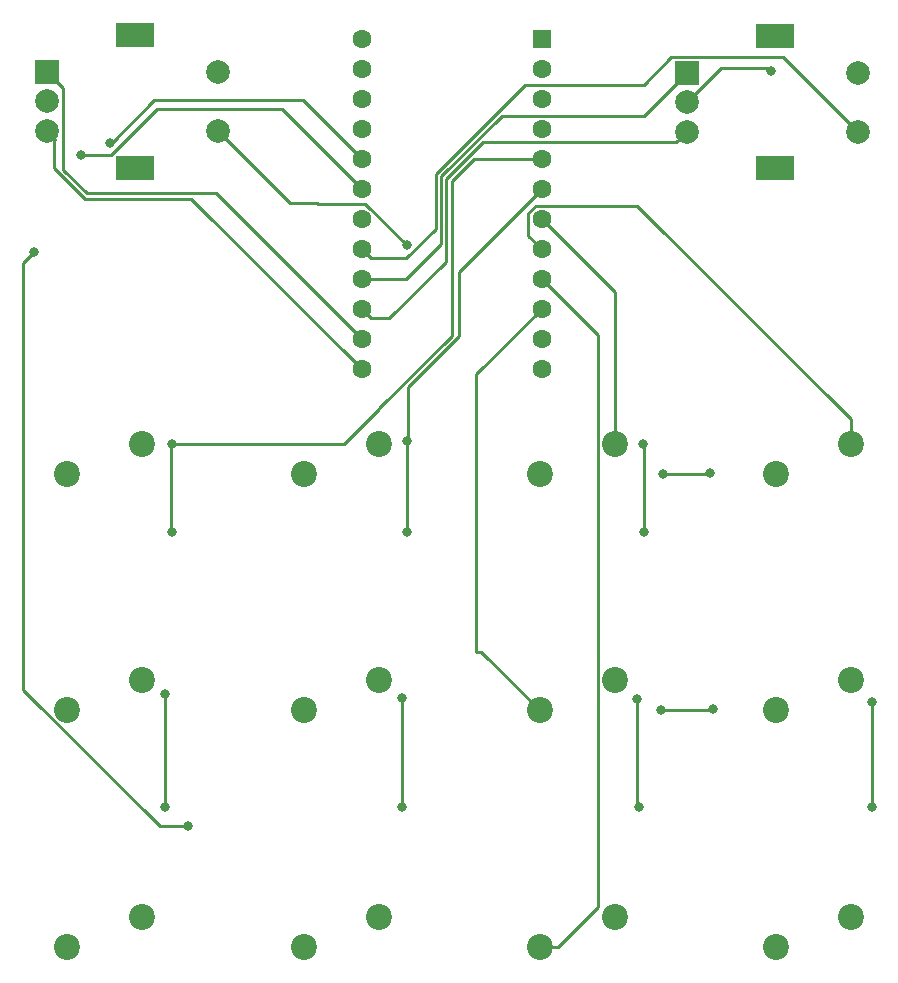
<source format=gbr>
%TF.GenerationSoftware,KiCad,Pcbnew,(6.0.10)*%
%TF.CreationDate,2023-03-17T10:19:52+01:00*%
%TF.ProjectId,MacroBoard_16keys,4d616372-6f42-46f6-9172-645f31366b65,rev?*%
%TF.SameCoordinates,Original*%
%TF.FileFunction,Copper,L1,Top*%
%TF.FilePolarity,Positive*%
%FSLAX46Y46*%
G04 Gerber Fmt 4.6, Leading zero omitted, Abs format (unit mm)*
G04 Created by KiCad (PCBNEW (6.0.10)) date 2023-03-17 10:19:52*
%MOMM*%
%LPD*%
G01*
G04 APERTURE LIST*
%TA.AperFunction,ComponentPad*%
%ADD10C,2.200000*%
%TD*%
%TA.AperFunction,ComponentPad*%
%ADD11C,2.000000*%
%TD*%
%TA.AperFunction,ComponentPad*%
%ADD12R,3.200000X2.000000*%
%TD*%
%TA.AperFunction,ComponentPad*%
%ADD13R,2.000000X2.000000*%
%TD*%
%TA.AperFunction,ComponentPad*%
%ADD14R,1.600000X1.600000*%
%TD*%
%TA.AperFunction,ComponentPad*%
%ADD15C,1.600000*%
%TD*%
%TA.AperFunction,ViaPad*%
%ADD16C,0.800000*%
%TD*%
%TA.AperFunction,Conductor*%
%ADD17C,0.250000*%
%TD*%
G04 APERTURE END LIST*
D10*
%TO.P,SW10,2*%
%TO.N,Net-(SW10-Pad2)*%
X153410000Y-76140000D03*
%TO.P,SW10,1*%
%TO.N,Net-(SW10-Pad1)*%
X147060000Y-78680000D03*
%TD*%
%TO.P,SW6,1*%
%TO.N,Net-(SW10-Pad1)*%
X127060000Y-78680000D03*
%TO.P,SW6,2*%
%TO.N,Net-(SW6-Pad2)*%
X133410000Y-76140000D03*
%TD*%
%TO.P,SW16,1*%
%TO.N,Net-(SW12-Pad1)*%
X167060000Y-118680000D03*
%TO.P,SW16,2*%
%TO.N,Net-(SW14-Pad2)*%
X173410000Y-116140000D03*
%TD*%
%TO.P,SW7,1*%
%TO.N,Net-(SW11-Pad1)*%
X127060000Y-98680000D03*
%TO.P,SW7,2*%
%TO.N,Net-(SW6-Pad2)*%
X133410000Y-96140000D03*
%TD*%
%TO.P,SW4,2*%
%TO.N,Net-(SW2-Pad2)*%
X113410000Y-116140000D03*
%TO.P,SW4,1*%
%TO.N,Net-(SW12-Pad1)*%
X107060000Y-118680000D03*
%TD*%
D11*
%TO.P,SW1,S2,S2*%
%TO.N,GND*%
X119800000Y-44620000D03*
%TO.P,SW1,S1,S1*%
%TO.N,Net-(SW1-PadS1)*%
X119800000Y-49620000D03*
D12*
%TO.P,SW1,MP*%
%TO.N,N/C*%
X112800000Y-52720000D03*
X112800000Y-41520000D03*
D11*
%TO.P,SW1,C,C*%
%TO.N,GND*%
X105300000Y-47120000D03*
%TO.P,SW1,B,B*%
%TO.N,Net-(SW1-PadB)*%
X105300000Y-49620000D03*
D13*
%TO.P,SW1,A,A*%
%TO.N,Net-(SW1-PadA)*%
X105300000Y-44620000D03*
%TD*%
D10*
%TO.P,SW15,1*%
%TO.N,Net-(SW11-Pad1)*%
X167060000Y-98680000D03*
%TO.P,SW15,2*%
%TO.N,Net-(SW14-Pad2)*%
X173410000Y-96140000D03*
%TD*%
%TO.P,SW14,1*%
%TO.N,Net-(SW10-Pad1)*%
X167060000Y-78680000D03*
%TO.P,SW14,2*%
%TO.N,Net-(SW14-Pad2)*%
X173410000Y-76140000D03*
%TD*%
%TO.P,SW8,1*%
%TO.N,Net-(SW12-Pad1)*%
X127060000Y-118680000D03*
%TO.P,SW8,2*%
%TO.N,Net-(SW6-Pad2)*%
X133410000Y-116140000D03*
%TD*%
D13*
%TO.P,SW5,A,A*%
%TO.N,Net-(SW5-PadA)*%
X159500000Y-44700000D03*
D11*
%TO.P,SW5,B,B*%
%TO.N,Net-(SW5-PadB)*%
X159500000Y-49700000D03*
%TO.P,SW5,C,C*%
%TO.N,GND*%
X159500000Y-47200000D03*
D12*
%TO.P,SW5,MP*%
%TO.N,N/C*%
X167000000Y-41600000D03*
X167000000Y-52800000D03*
D11*
%TO.P,SW5,S1,S1*%
%TO.N,Net-(SW5-PadS1)*%
X174000000Y-49700000D03*
%TO.P,SW5,S2,S2*%
%TO.N,GND*%
X174000000Y-44700000D03*
%TD*%
D10*
%TO.P,SW2,1*%
%TO.N,Net-(SW10-Pad1)*%
X107060000Y-78680000D03*
%TO.P,SW2,2*%
%TO.N,Net-(SW2-Pad2)*%
X113410000Y-76140000D03*
%TD*%
%TO.P,SW12,1*%
%TO.N,Net-(SW12-Pad1)*%
X147060000Y-118680000D03*
%TO.P,SW12,2*%
%TO.N,Net-(SW10-Pad2)*%
X153410000Y-116140000D03*
%TD*%
%TO.P,SW11,2*%
%TO.N,Net-(SW10-Pad2)*%
X153410000Y-96140000D03*
%TO.P,SW11,1*%
%TO.N,Net-(SW11-Pad1)*%
X147060000Y-98680000D03*
%TD*%
%TO.P,SW3,1*%
%TO.N,Net-(SW11-Pad1)*%
X107060000Y-98680000D03*
%TO.P,SW3,2*%
%TO.N,Net-(SW2-Pad2)*%
X113410000Y-96140000D03*
%TD*%
D14*
%TO.P,U1,1,TX*%
%TO.N,unconnected-(U1-Pad1)*%
X147220000Y-41830000D03*
D15*
%TO.P,U1,2,RX*%
%TO.N,unconnected-(U1-Pad2)*%
X147220000Y-44370000D03*
%TO.P,U1,3,GND*%
%TO.N,unconnected-(U1-Pad3)*%
X147220000Y-46910000D03*
%TO.P,U1,4,GND*%
%TO.N,unconnected-(U1-Pad4)*%
X147220000Y-49450000D03*
%TO.P,U1,5,SDA*%
%TO.N,Net-(SW2-Pad2)*%
X147220000Y-51990000D03*
%TO.P,U1,6,SCL*%
%TO.N,Net-(SW6-Pad2)*%
X147220000Y-54530000D03*
%TO.P,U1,7,D4*%
%TO.N,Net-(SW10-Pad2)*%
X147220000Y-57070000D03*
%TO.P,U1,8,C6*%
%TO.N,Net-(SW14-Pad2)*%
X147220000Y-59610000D03*
%TO.P,U1,9,D7*%
%TO.N,Net-(SW12-Pad1)*%
X147220000Y-62150000D03*
%TO.P,U1,10,E6*%
%TO.N,Net-(SW11-Pad1)*%
X147220000Y-64690000D03*
%TO.P,U1,11,B4*%
%TO.N,Net-(SW10-Pad1)*%
X147220000Y-67230000D03*
%TO.P,U1,12,B5*%
%TO.N,Net-(SW1-PadS1)*%
X147220000Y-69770000D03*
%TO.P,U1,13,B6*%
%TO.N,Net-(SW1-PadB)*%
X131980000Y-69770000D03*
%TO.P,U1,14,B2*%
%TO.N,Net-(SW1-PadA)*%
X131980000Y-67230000D03*
%TO.P,U1,15,B3*%
%TO.N,Net-(SW5-PadB)*%
X131980000Y-64690000D03*
%TO.P,U1,16,B1*%
%TO.N,Net-(SW5-PadA)*%
X131980000Y-62150000D03*
%TO.P,U1,17,F7*%
%TO.N,Net-(SW5-PadS1)*%
X131980000Y-59610000D03*
%TO.P,U1,18,F6*%
%TO.N,Net-(D1-Pad6)*%
X131980000Y-57070000D03*
%TO.P,U1,19,F5*%
%TO.N,Net-(D1-Pad5)*%
X131980000Y-54530000D03*
%TO.P,U1,20,F4*%
%TO.N,Net-(D1-Pad4)*%
X131980000Y-51990000D03*
%TO.P,U1,21,VCC*%
%TO.N,unconnected-(U1-Pad21)*%
X131980000Y-49450000D03*
%TO.P,U1,22,RST*%
%TO.N,unconnected-(U1-Pad22)*%
X131980000Y-46910000D03*
%TO.P,U1,23,GND*%
%TO.N,GND*%
X131980000Y-44370000D03*
%TO.P,U1,24,RAW*%
%TO.N,unconnected-(U1-Pad24)*%
X131980000Y-41830000D03*
%TD*%
D16*
%TO.N,Net-(D1-Pad4)*%
X117300000Y-108500000D03*
X104200000Y-59900000D03*
X110700000Y-50600000D03*
%TO.N,Net-(D1-Pad5)*%
X108200000Y-51700000D03*
%TO.N,Net-(SW10-Pad1)*%
X157500000Y-78700000D03*
X161500000Y-78600000D03*
%TO.N,Net-(SW11-Pad1)*%
X161700000Y-98600000D03*
X157320000Y-98680000D03*
%TO.N,GND*%
X166675000Y-44525000D03*
%TO.N,Net-(SW10-Pad2)*%
X155300000Y-97700000D03*
X155900000Y-83600000D03*
X155450000Y-106850000D03*
X155800000Y-76100000D03*
%TO.N,Net-(SW2-Pad2)*%
X115300000Y-97300000D03*
X115900000Y-76100000D03*
X115300000Y-106900000D03*
X115900000Y-83600000D03*
%TO.N,Net-(SW6-Pad2)*%
X135800000Y-83600000D03*
X135400000Y-106900000D03*
X135400000Y-97600000D03*
X135800000Y-75900000D03*
%TO.N,Net-(SW14-Pad2)*%
X175200000Y-97930000D03*
X175200000Y-106900000D03*
%TO.N,Net-(SW1-PadS1)*%
X135800495Y-59299505D03*
%TD*%
D17*
%TO.N,Net-(SW11-Pad1)*%
X141700000Y-93700000D02*
X141700000Y-70210000D01*
X147060000Y-98680000D02*
X142080000Y-93700000D01*
X141700000Y-70210000D02*
X147220000Y-64690000D01*
X142080000Y-93700000D02*
X141700000Y-93700000D01*
%TO.N,Net-(SW6-Pad2)*%
X140200000Y-61550000D02*
X147220000Y-54530000D01*
X140200000Y-67000000D02*
X140200000Y-61550000D01*
X135905001Y-71294999D02*
X140200000Y-67000000D01*
X135905001Y-75794999D02*
X135905001Y-71294999D01*
X135800000Y-75900000D02*
X135905001Y-75794999D01*
%TO.N,Net-(SW2-Pad2)*%
X141510000Y-51990000D02*
X147220000Y-51990000D01*
X139600000Y-53900000D02*
X141510000Y-51990000D01*
X133427332Y-73120254D02*
X139600000Y-66947586D01*
X133427332Y-73131427D02*
X133427332Y-73120254D01*
X139600000Y-66947586D02*
X139600000Y-53900000D01*
X115900000Y-76100000D02*
X130458759Y-76100000D01*
X130458759Y-76100000D02*
X133427332Y-73131427D01*
X115800000Y-76200000D02*
X115800000Y-83500000D01*
X115800000Y-83500000D02*
X115900000Y-83600000D01*
X115900000Y-76100000D02*
X115800000Y-76200000D01*
%TO.N,Net-(SW6-Pad2)*%
X135800000Y-83600000D02*
X135800000Y-75900000D01*
%TO.N,Net-(SW10-Pad2)*%
X155800000Y-76100000D02*
X155900000Y-76200000D01*
X155900000Y-76200000D02*
X155900000Y-83600000D01*
%TO.N,Net-(SW2-Pad2)*%
X115300000Y-106900000D02*
X115300000Y-97300000D01*
%TO.N,Net-(SW1-PadA)*%
X106700000Y-52900000D02*
X106700000Y-46020000D01*
X108700000Y-54900000D02*
X106700000Y-52900000D01*
X119650000Y-54900000D02*
X108700000Y-54900000D01*
X131980000Y-67230000D02*
X119650000Y-54900000D01*
X106700000Y-46020000D02*
X105300000Y-44620000D01*
%TO.N,Net-(SW1-PadB)*%
X108513604Y-55350000D02*
X117560000Y-55350000D01*
X105950000Y-52786396D02*
X108513604Y-55350000D01*
X106050000Y-50370000D02*
X105950000Y-50470000D01*
X105300000Y-49620000D02*
X106050000Y-50370000D01*
X105950000Y-50470000D02*
X105950000Y-52786396D01*
X117560000Y-55350000D02*
X131980000Y-69770000D01*
%TO.N,Net-(D1-Pad4)*%
X103294999Y-96930254D02*
X114864745Y-108500000D01*
X110700000Y-50600000D02*
X110800000Y-50600000D01*
X110800000Y-50600000D02*
X114400000Y-47000000D01*
X114864745Y-108500000D02*
X117300000Y-108500000D01*
X103294999Y-60805001D02*
X103294999Y-96930254D01*
X114400000Y-47000000D02*
X126990000Y-47000000D01*
X104200000Y-59900000D02*
X103294999Y-60805001D01*
X126990000Y-47000000D02*
X131980000Y-51990000D01*
%TO.N,Net-(D1-Pad5)*%
X110725305Y-51700000D02*
X108300000Y-51700000D01*
X114625305Y-47800000D02*
X110725305Y-51700000D01*
X125250000Y-47800000D02*
X114625305Y-47800000D01*
X125250000Y-47800000D02*
X131980000Y-54530000D01*
%TO.N,Net-(SW10-Pad1)*%
X161500000Y-78600000D02*
X161400000Y-78700000D01*
X161400000Y-78700000D02*
X157500000Y-78700000D01*
%TO.N,Net-(SW11-Pad1)*%
X161620000Y-98680000D02*
X161700000Y-98600000D01*
X157320000Y-98680000D02*
X161620000Y-98680000D01*
%TO.N,Net-(SW12-Pad1)*%
X148615634Y-118680000D02*
X151975001Y-115320633D01*
X151975001Y-115320633D02*
X151975001Y-66905001D01*
X147060000Y-118680000D02*
X148615634Y-118680000D01*
X151975001Y-66905001D02*
X147220000Y-62150000D01*
%TO.N,GND*%
X162400000Y-44300000D02*
X159500000Y-47200000D01*
X166450000Y-44300000D02*
X162400000Y-44300000D01*
X166675000Y-44525000D02*
X166450000Y-44300000D01*
%TO.N,Net-(SW10-Pad2)*%
X155300000Y-97700000D02*
X155300000Y-106700000D01*
X155300000Y-106700000D02*
X155450000Y-106850000D01*
X153410000Y-63260000D02*
X147220000Y-57070000D01*
X153410000Y-76140000D02*
X153410000Y-63260000D01*
%TO.N,Net-(SW6-Pad2)*%
X135400000Y-106900000D02*
X135400000Y-97600000D01*
%TO.N,Net-(SW14-Pad2)*%
X175200000Y-106900000D02*
X175200000Y-97930000D01*
X146095000Y-58485000D02*
X147220000Y-59610000D01*
X155303759Y-55945000D02*
X146754009Y-55945000D01*
X173410000Y-74051241D02*
X155303759Y-55945000D01*
X146754009Y-55945000D02*
X146095000Y-56604009D01*
X146095000Y-56604009D02*
X146095000Y-58485000D01*
X173410000Y-76140000D02*
X173410000Y-74051241D01*
%TO.N,Net-(SW1-PadS1)*%
X132270991Y-55770000D02*
X128270000Y-55770000D01*
X135800495Y-59299505D02*
X132270991Y-55770000D01*
X128270000Y-55770000D02*
X128200000Y-55700000D01*
X128200000Y-55700000D02*
X125880000Y-55700000D01*
X125880000Y-55700000D02*
X119800000Y-49620000D01*
%TO.N,Net-(SW5-PadA)*%
X138700000Y-53463604D02*
X143838604Y-48325000D01*
X131980000Y-62150000D02*
X135750000Y-62150000D01*
X138700000Y-59200000D02*
X138700000Y-53463604D01*
X135750000Y-62150000D02*
X138700000Y-59200000D01*
X155875000Y-48325000D02*
X159500000Y-44700000D01*
X143838604Y-48325000D02*
X155875000Y-48325000D01*
%TO.N,Net-(SW5-PadB)*%
X158625000Y-50575000D02*
X159500000Y-49700000D01*
X139150000Y-60675305D02*
X139150000Y-53650000D01*
X142225000Y-50575000D02*
X158625000Y-50575000D01*
X134335306Y-65489999D02*
X139150000Y-60675305D01*
X139150000Y-53650000D02*
X142225000Y-50575000D01*
X131980000Y-64690000D02*
X132779999Y-65489999D01*
X132779999Y-65489999D02*
X134335306Y-65489999D01*
%TO.N,Net-(SW5-PadS1)*%
X145827208Y-45700000D02*
X155850000Y-45700000D01*
X135740001Y-60409999D02*
X138250000Y-57900000D01*
X138250000Y-53277208D02*
X145827208Y-45700000D01*
X138250000Y-57900000D02*
X138250000Y-53277208D01*
X167675000Y-43375000D02*
X174000000Y-49700000D01*
X158175000Y-43375000D02*
X167675000Y-43375000D01*
X155850000Y-45700000D02*
X158175000Y-43375000D01*
X132779999Y-60409999D02*
X135740001Y-60409999D01*
X131980000Y-59610000D02*
X132779999Y-60409999D01*
%TD*%
M02*

</source>
